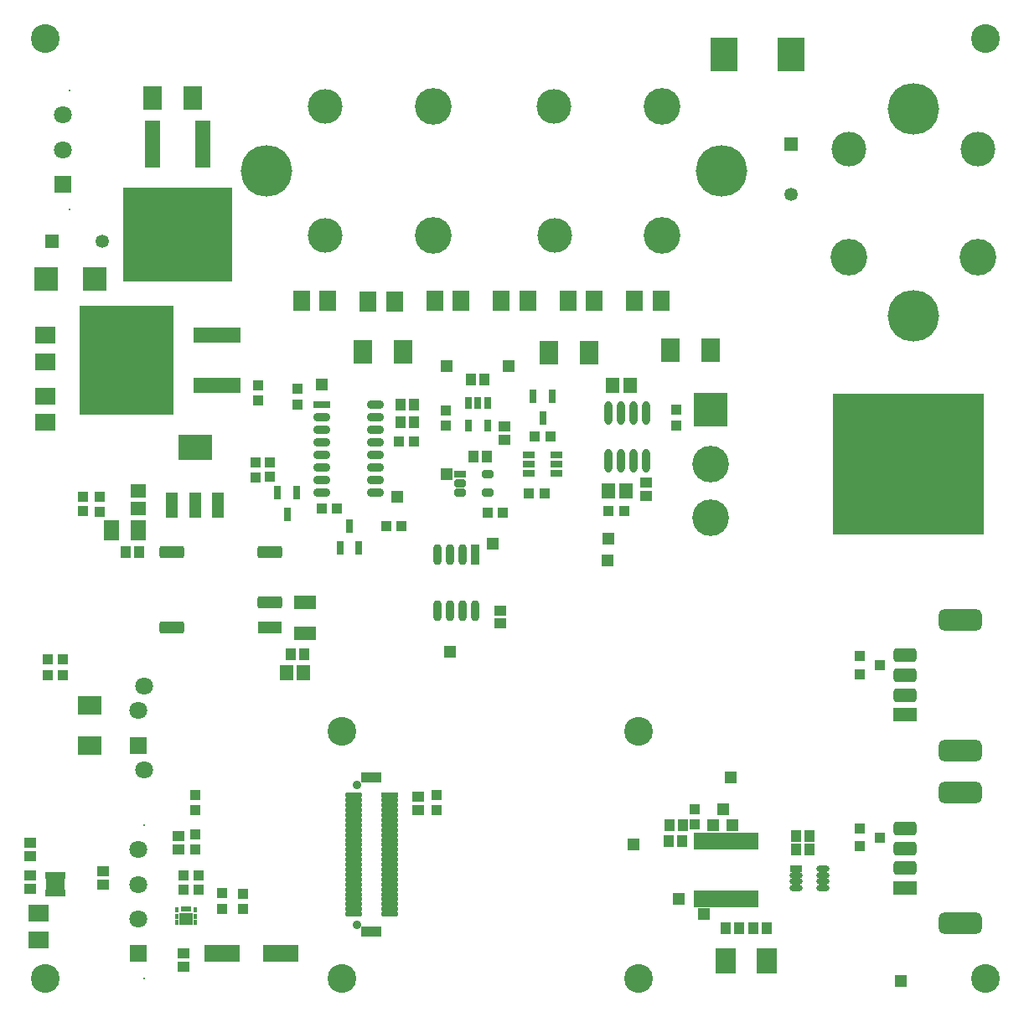
<source format=gts>
G04*
G04 #@! TF.GenerationSoftware,Altium Limited,Altium Designer,18.1.9 (240)*
G04*
G04 Layer_Color=8388736*
%FSLAX25Y25*%
%MOIN*%
G70*
G01*
G75*
%ADD59R,0.03150X0.00787*%
%ADD69R,0.04147X0.04147*%
%ADD70R,0.06115X0.18910*%
%ADD71R,0.43320X0.37808*%
%ADD72R,0.09304X0.09698*%
%ADD73R,0.04737X0.04737*%
%ADD74R,0.10642X0.13792*%
%ADD75R,0.08674X0.05524*%
%ADD76R,0.04537X0.04143*%
%ADD77O,0.03320X0.08280*%
%ADD78R,0.03320X0.08280*%
%ADD79R,0.03162X0.05328*%
%ADD80R,0.04537X0.02962*%
G04:AMPARAMS|DCode=81|XSize=55.24mil|YSize=94.61mil|CornerRadius=15.81mil|HoleSize=0mil|Usage=FLASHONLY|Rotation=90.000|XOffset=0mil|YOffset=0mil|HoleType=Round|Shape=RoundedRectangle|*
%AMROUNDEDRECTD81*
21,1,0.05524,0.06299,0,0,90.0*
21,1,0.02362,0.09461,0,0,90.0*
1,1,0.03162,0.03150,0.01181*
1,1,0.03162,0.03150,-0.01181*
1,1,0.03162,-0.03150,-0.01181*
1,1,0.03162,-0.03150,0.01181*
%
%ADD81ROUNDEDRECTD81*%
%ADD82R,0.09461X0.05524*%
G04:AMPARAMS|DCode=83|XSize=86.74mil|YSize=173.35mil|CornerRadius=23.68mil|HoleSize=0mil|Usage=FLASHONLY|Rotation=90.000|XOffset=0mil|YOffset=0mil|HoleType=Round|Shape=RoundedRectangle|*
%AMROUNDEDRECTD83*
21,1,0.08674,0.12598,0,0,90.0*
21,1,0.03937,0.17335,0,0,90.0*
1,1,0.04737,0.06299,0.01968*
1,1,0.04737,0.06299,-0.01968*
1,1,0.04737,-0.06299,-0.01968*
1,1,0.04737,-0.06299,0.01968*
%
%ADD83ROUNDEDRECTD83*%
%ADD84R,0.04343X0.03950*%
%ADD85R,0.04147X0.04147*%
%ADD86R,0.04143X0.04537*%
%ADD87R,0.02572X0.06509*%
%ADD88O,0.05131X0.02572*%
%ADD89R,0.05131X0.02572*%
%ADD90R,0.08280X0.10249*%
%ADD91R,0.14383X0.06902*%
%ADD92R,0.03950X0.03950*%
%ADD93R,0.09300X0.07800*%
%ADD94R,0.08083X0.06706*%
%ADD95R,0.37808X0.43320*%
%ADD96R,0.18910X0.06115*%
%ADD97R,0.07800X0.09300*%
%ADD98R,0.06706X0.08083*%
%ADD99R,0.59855X0.55918*%
%ADD100R,0.05328X0.06312*%
%ADD101O,0.03162X0.09461*%
%ADD102R,0.04540X0.03162*%
G04:AMPARAMS|DCode=103|XSize=31.62mil|YSize=45.4mil|CornerRadius=6.95mil|HoleSize=0mil|Usage=FLASHONLY|Rotation=90.000|XOffset=0mil|YOffset=0mil|HoleType=Round|Shape=RoundedRectangle|*
%AMROUNDEDRECTD103*
21,1,0.03162,0.03150,0,0,90.0*
21,1,0.01772,0.04540,0,0,90.0*
1,1,0.01391,0.01575,0.00886*
1,1,0.01391,0.01575,-0.00886*
1,1,0.01391,-0.01575,-0.00886*
1,1,0.01391,-0.01575,0.00886*
%
%ADD103ROUNDEDRECTD103*%
%ADD104R,0.06509X0.03162*%
G04:AMPARAMS|DCode=105|XSize=31.62mil|YSize=65.09mil|CornerRadius=9.91mil|HoleSize=0mil|Usage=FLASHONLY|Rotation=90.000|XOffset=0mil|YOffset=0mil|HoleType=Round|Shape=RoundedRectangle|*
%AMROUNDEDRECTD105*
21,1,0.03162,0.04528,0,0,90.0*
21,1,0.01181,0.06509,0,0,90.0*
1,1,0.01981,0.02264,0.00591*
1,1,0.01981,0.02264,-0.00591*
1,1,0.01981,-0.02264,-0.00591*
1,1,0.01981,-0.02264,0.00591*
%
%ADD105ROUNDEDRECTD105*%
%ADD106R,0.03950X0.03950*%
%ADD107R,0.13792X0.10249*%
%ADD108R,0.04737X0.10249*%
%ADD109R,0.06312X0.05328*%
G04:AMPARAMS|DCode=110|XSize=47.37mil|YSize=98.16mil|CornerRadius=7.94mil|HoleSize=0mil|Usage=FLASHONLY|Rotation=90.000|XOffset=0mil|YOffset=0mil|HoleType=Round|Shape=RoundedRectangle|*
%AMROUNDEDRECTD110*
21,1,0.04737,0.08228,0,0,90.0*
21,1,0.03150,0.09816,0,0,90.0*
1,1,0.01587,0.04114,0.01575*
1,1,0.01587,0.04114,-0.01575*
1,1,0.01587,-0.04114,-0.01575*
1,1,0.01587,-0.04114,0.01575*
%
%ADD110ROUNDEDRECTD110*%
%ADD111R,0.09816X0.04737*%
%ADD112R,0.06312X0.07887*%
%ADD113R,0.01981X0.02769*%
%ADD114R,0.07493X0.04737*%
%ADD115R,0.03162X0.04934*%
%ADD116R,0.03910X0.01981*%
%ADD117R,0.01784X0.02375*%
%ADD118R,0.05524X0.04737*%
%ADD119R,0.07887X0.03950*%
%ADD120R,0.07099X0.01981*%
%ADD121O,0.07099X0.01981*%
%ADD122C,0.05300*%
%ADD123R,0.05300X0.05300*%
%ADD124C,0.20485*%
%ADD125C,0.07099*%
%ADD126R,0.07099X0.07099*%
%ADD127R,0.05300X0.05300*%
%ADD128C,0.00800*%
%ADD129C,0.13792*%
%ADD130C,0.14580*%
%ADD131R,0.13792X0.13792*%
%ADD132C,0.11430*%
%ADD133C,0.03556*%
D59*
X15945Y44291D02*
D03*
D69*
X208543Y202756D02*
D03*
X202441D02*
D03*
X185827Y195177D02*
D03*
X191929D02*
D03*
X210866Y225394D02*
D03*
X204764D02*
D03*
X10912Y130512D02*
D03*
X17014D02*
D03*
X240158Y195866D02*
D03*
X234055D02*
D03*
X119861Y196667D02*
D03*
X125963D02*
D03*
X151673Y189961D02*
D03*
X145571D02*
D03*
X150509Y223583D02*
D03*
X156611D02*
D03*
X71063Y50806D02*
D03*
X64961D02*
D03*
D70*
X72636Y341929D02*
D03*
X52636D02*
D03*
D71*
X62636Y305906D02*
D03*
D72*
X29726Y288189D02*
D03*
X10431D02*
D03*
D73*
X271809Y35433D02*
D03*
X262070Y41454D02*
D03*
X233563Y176035D02*
D03*
X282734Y89764D02*
D03*
X283451Y70882D02*
D03*
X279486Y77201D02*
D03*
X275590Y70974D02*
D03*
X244094Y63145D02*
D03*
X120079Y246063D02*
D03*
X150000Y201342D02*
D03*
X169606Y210630D02*
D03*
X234055Y184747D02*
D03*
X187894Y182667D02*
D03*
X169606Y253464D02*
D03*
X194244D02*
D03*
X350394Y8683D02*
D03*
X171118Y139764D02*
D03*
D74*
X306641Y377559D02*
D03*
X279869D02*
D03*
D75*
X113189Y159606D02*
D03*
Y147008D02*
D03*
D76*
X190945Y156319D02*
D03*
Y151004D02*
D03*
X158465Y76772D02*
D03*
Y82087D02*
D03*
X64961Y19685D02*
D03*
Y14370D02*
D03*
X62992Y61024D02*
D03*
Y66338D02*
D03*
X32809Y47244D02*
D03*
Y52559D02*
D03*
X249016Y201870D02*
D03*
Y207185D02*
D03*
X3937Y45571D02*
D03*
Y50886D02*
D03*
Y63879D02*
D03*
Y58564D02*
D03*
X192669Y229626D02*
D03*
Y224311D02*
D03*
D77*
X165861Y156319D02*
D03*
X170861D02*
D03*
X175861D02*
D03*
X180861D02*
D03*
X165861Y178327D02*
D03*
X170861D02*
D03*
X175861D02*
D03*
D78*
X180861D02*
D03*
D79*
X211555Y241516D02*
D03*
X204075D02*
D03*
X207815Y232658D02*
D03*
X109941Y203287D02*
D03*
X102461D02*
D03*
X106201Y194429D02*
D03*
X127165Y181102D02*
D03*
X134646D02*
D03*
X130905Y189961D02*
D03*
D80*
X202441Y210827D02*
D03*
Y214567D02*
D03*
Y218307D02*
D03*
X213189D02*
D03*
Y214567D02*
D03*
Y210827D02*
D03*
D81*
X352047Y122638D02*
D03*
Y130512D02*
D03*
Y138386D02*
D03*
Y53740D02*
D03*
Y61614D02*
D03*
Y69488D02*
D03*
D82*
Y114764D02*
D03*
Y45866D02*
D03*
D83*
X374016Y100591D02*
D03*
Y152559D02*
D03*
Y31693D02*
D03*
Y83661D02*
D03*
D84*
X341929Y134449D02*
D03*
X334055Y137992D02*
D03*
Y130905D02*
D03*
X334055Y69488D02*
D03*
Y62402D02*
D03*
X341929Y65945D02*
D03*
D85*
X268457Y77129D02*
D03*
Y71027D02*
D03*
X165748Y82780D02*
D03*
Y76677D02*
D03*
X80254Y43661D02*
D03*
Y37559D02*
D03*
X69510Y82874D02*
D03*
Y76772D02*
D03*
Y67126D02*
D03*
Y61024D02*
D03*
X260827Y236024D02*
D03*
Y229921D02*
D03*
X110236Y238287D02*
D03*
Y244390D02*
D03*
X93504Y215300D02*
D03*
Y209198D02*
D03*
X31496Y201614D02*
D03*
Y195512D02*
D03*
X169291Y235827D02*
D03*
Y229724D02*
D03*
X88484Y43563D02*
D03*
Y37461D02*
D03*
X94587Y239803D02*
D03*
Y245905D02*
D03*
D86*
X263484Y70866D02*
D03*
X258169D02*
D03*
X263414Y64464D02*
D03*
X258099D02*
D03*
X308661Y66594D02*
D03*
X313976D02*
D03*
X308661Y61024D02*
D03*
X313976D02*
D03*
X291691Y29985D02*
D03*
X297006D02*
D03*
X286108D02*
D03*
X280793D02*
D03*
X180413Y217520D02*
D03*
X185728D02*
D03*
X151296Y231083D02*
D03*
X156611D02*
D03*
Y238287D02*
D03*
X151296D02*
D03*
X41929Y179606D02*
D03*
X47244D02*
D03*
X107579Y138779D02*
D03*
X112894D02*
D03*
X179429Y248031D02*
D03*
X184744D02*
D03*
D87*
X292281Y64567D02*
D03*
X289722D02*
D03*
X287163D02*
D03*
X284604D02*
D03*
X282045D02*
D03*
X279486D02*
D03*
X276927D02*
D03*
X274368D02*
D03*
X271809D02*
D03*
X269250D02*
D03*
X292281Y41339D02*
D03*
X289722D02*
D03*
X287163D02*
D03*
X284604D02*
D03*
X282045D02*
D03*
X279486D02*
D03*
X276927D02*
D03*
X274368D02*
D03*
X271809D02*
D03*
X269250D02*
D03*
D88*
X319193Y45768D02*
D03*
Y48327D02*
D03*
Y50886D02*
D03*
Y53445D02*
D03*
X308760Y45768D02*
D03*
Y48327D02*
D03*
Y50886D02*
D03*
D89*
Y53445D02*
D03*
D90*
X296935Y16938D02*
D03*
X280793D02*
D03*
D91*
X80254Y19685D02*
D03*
X103482D02*
D03*
D92*
X17014Y136850D02*
D03*
X11108D02*
D03*
X70866Y45276D02*
D03*
X64961D02*
D03*
D93*
X27559Y102563D02*
D03*
Y118563D02*
D03*
D94*
X9813Y231083D02*
D03*
Y241516D02*
D03*
Y255315D02*
D03*
Y265748D02*
D03*
X7324Y35702D02*
D03*
Y25269D02*
D03*
D95*
X42323Y255906D02*
D03*
D96*
X78347Y265905D02*
D03*
Y245905D02*
D03*
D97*
X68636Y360034D02*
D03*
X52636D02*
D03*
X210347Y258858D02*
D03*
X226347D02*
D03*
X274573Y259842D02*
D03*
X258573D02*
D03*
X152434Y259110D02*
D03*
X136434D02*
D03*
D98*
X122343Y279527D02*
D03*
X111909D02*
D03*
X148836Y279232D02*
D03*
X138403D02*
D03*
X175329Y279527D02*
D03*
X164896D02*
D03*
X191389D02*
D03*
X201822D02*
D03*
X217883D02*
D03*
X228316D02*
D03*
X244376D02*
D03*
X254809D02*
D03*
D99*
X353313Y214370D02*
D03*
D100*
X240945Y203740D02*
D03*
X234055D02*
D03*
X105807Y131421D02*
D03*
X112697D02*
D03*
X242500Y245866D02*
D03*
X235610D02*
D03*
D101*
X234055Y215866D02*
D03*
X239055D02*
D03*
X244055D02*
D03*
X249055D02*
D03*
X234055Y234764D02*
D03*
X239055D02*
D03*
X244055D02*
D03*
X249055D02*
D03*
D102*
X175000Y210551D02*
D03*
D103*
Y206811D02*
D03*
Y203071D02*
D03*
X185827Y210551D02*
D03*
Y203071D02*
D03*
D104*
X119861Y238287D02*
D03*
D105*
Y233287D02*
D03*
Y228287D02*
D03*
Y223287D02*
D03*
Y218287D02*
D03*
Y213287D02*
D03*
Y208287D02*
D03*
Y203287D02*
D03*
X141317Y238287D02*
D03*
Y233287D02*
D03*
Y228287D02*
D03*
Y223287D02*
D03*
Y218287D02*
D03*
Y213287D02*
D03*
Y208287D02*
D03*
Y203287D02*
D03*
D106*
X99410Y215300D02*
D03*
Y209395D02*
D03*
X25092Y201575D02*
D03*
Y195669D02*
D03*
D107*
X69510Y221063D02*
D03*
D108*
X78565Y198228D02*
D03*
X69510D02*
D03*
X60455D02*
D03*
D109*
X46969Y203740D02*
D03*
Y196850D02*
D03*
D110*
X99213Y179606D02*
D03*
Y159606D02*
D03*
X60197Y149606D02*
D03*
Y179606D02*
D03*
D111*
X99213Y149606D02*
D03*
D112*
X46969Y187992D02*
D03*
X36142D02*
D03*
D113*
X11024Y50787D02*
D03*
X12992D02*
D03*
X14961D02*
D03*
X16929D02*
D03*
Y43701D02*
D03*
X14961D02*
D03*
X12992D02*
D03*
X11024D02*
D03*
D114*
X13976Y47244D02*
D03*
D115*
X185827Y229724D02*
D03*
X178347D02*
D03*
Y238779D02*
D03*
X182087D02*
D03*
X185827D02*
D03*
D116*
X65868Y37559D02*
D03*
D117*
X69510Y32087D02*
D03*
Y34646D02*
D03*
Y37205D02*
D03*
X62226D02*
D03*
Y34646D02*
D03*
Y32087D02*
D03*
D118*
X65868Y33465D02*
D03*
D119*
X139764Y28346D02*
D03*
Y89764D02*
D03*
D120*
X146850Y82677D02*
D03*
D121*
Y80709D02*
D03*
Y78740D02*
D03*
Y76772D02*
D03*
Y74803D02*
D03*
Y72835D02*
D03*
Y70866D02*
D03*
Y68898D02*
D03*
Y66929D02*
D03*
Y64961D02*
D03*
Y62992D02*
D03*
Y61024D02*
D03*
Y59055D02*
D03*
Y57087D02*
D03*
Y55118D02*
D03*
Y53150D02*
D03*
Y51181D02*
D03*
Y49213D02*
D03*
Y47244D02*
D03*
Y45276D02*
D03*
Y43307D02*
D03*
Y41339D02*
D03*
Y39370D02*
D03*
Y37402D02*
D03*
Y35433D02*
D03*
X132677D02*
D03*
Y37402D02*
D03*
Y39370D02*
D03*
Y41339D02*
D03*
Y43307D02*
D03*
Y45276D02*
D03*
Y47244D02*
D03*
Y49213D02*
D03*
Y51181D02*
D03*
Y53150D02*
D03*
Y55118D02*
D03*
Y57087D02*
D03*
Y59055D02*
D03*
Y61024D02*
D03*
Y62992D02*
D03*
Y64961D02*
D03*
Y66929D02*
D03*
Y68898D02*
D03*
Y70866D02*
D03*
Y72835D02*
D03*
Y74803D02*
D03*
Y76772D02*
D03*
Y78740D02*
D03*
Y80709D02*
D03*
Y82677D02*
D03*
D122*
X306693Y321732D02*
D03*
X32518Y303150D02*
D03*
D123*
X306693Y341732D02*
D03*
D124*
X355281Y355906D02*
D03*
Y273464D02*
D03*
X98037Y331102D02*
D03*
X278904D02*
D03*
D125*
X49449Y126185D02*
D03*
Y92721D02*
D03*
X46969Y116342D02*
D03*
X17031Y339567D02*
D03*
Y353346D02*
D03*
X46969Y33465D02*
D03*
Y47244D02*
D03*
Y61024D02*
D03*
D126*
Y102563D02*
D03*
X17031Y325787D02*
D03*
X46969Y19685D02*
D03*
D127*
X12518Y303150D02*
D03*
D128*
X19512Y315945D02*
D03*
Y363189D02*
D03*
X49449Y9843D02*
D03*
Y70866D02*
D03*
D129*
X212368Y356693D02*
D03*
X121423D02*
D03*
Y305512D02*
D03*
X212598D02*
D03*
X329528Y339764D02*
D03*
X381102D02*
D03*
D130*
X255203Y356693D02*
D03*
X164258D02*
D03*
Y305512D02*
D03*
X255433D02*
D03*
X274573Y214567D02*
D03*
Y193110D02*
D03*
X329528Y296929D02*
D03*
X381102D02*
D03*
D131*
X274573Y236024D02*
D03*
D132*
X383858Y9843D02*
D03*
X9843D02*
D03*
X383858Y383858D02*
D03*
X9843D02*
D03*
X127953Y108268D02*
D03*
X246063D02*
D03*
Y9843D02*
D03*
X127953D02*
D03*
D133*
X133858Y31299D02*
D03*
Y86811D02*
D03*
M02*

</source>
